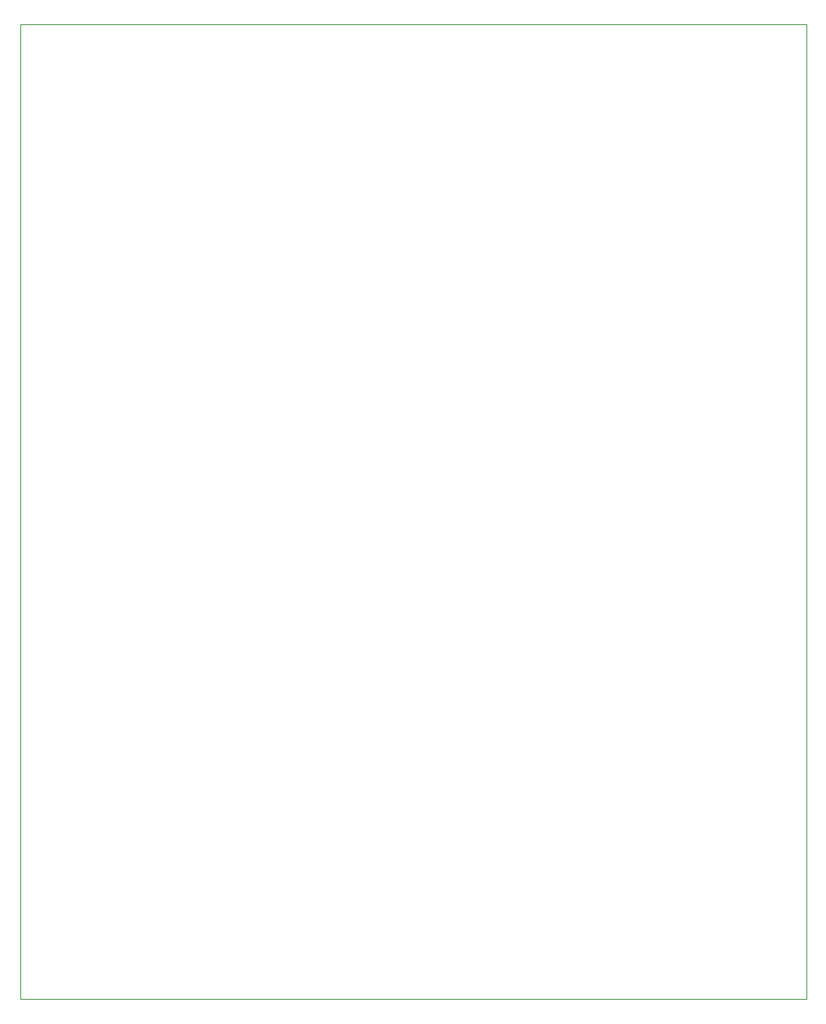
<source format=gbr>
%TF.GenerationSoftware,KiCad,Pcbnew,7.0.2*%
%TF.CreationDate,2023-09-20T16:53:15-03:00*%
%TF.ProjectId,Pontes_3sensores,506f6e74-6573-45f3-9373-656e736f7265,rev?*%
%TF.SameCoordinates,Original*%
%TF.FileFunction,Profile,NP*%
%FSLAX46Y46*%
G04 Gerber Fmt 4.6, Leading zero omitted, Abs format (unit mm)*
G04 Created by KiCad (PCBNEW 7.0.2) date 2023-09-20 16:53:15*
%MOMM*%
%LPD*%
G01*
G04 APERTURE LIST*
%TA.AperFunction,Profile*%
%ADD10C,0.100000*%
%TD*%
G04 APERTURE END LIST*
D10*
X57400000Y-51550000D02*
X142500000Y-51550000D01*
X142500000Y-156950000D01*
X57400000Y-156950000D01*
X57400000Y-51550000D01*
M02*

</source>
